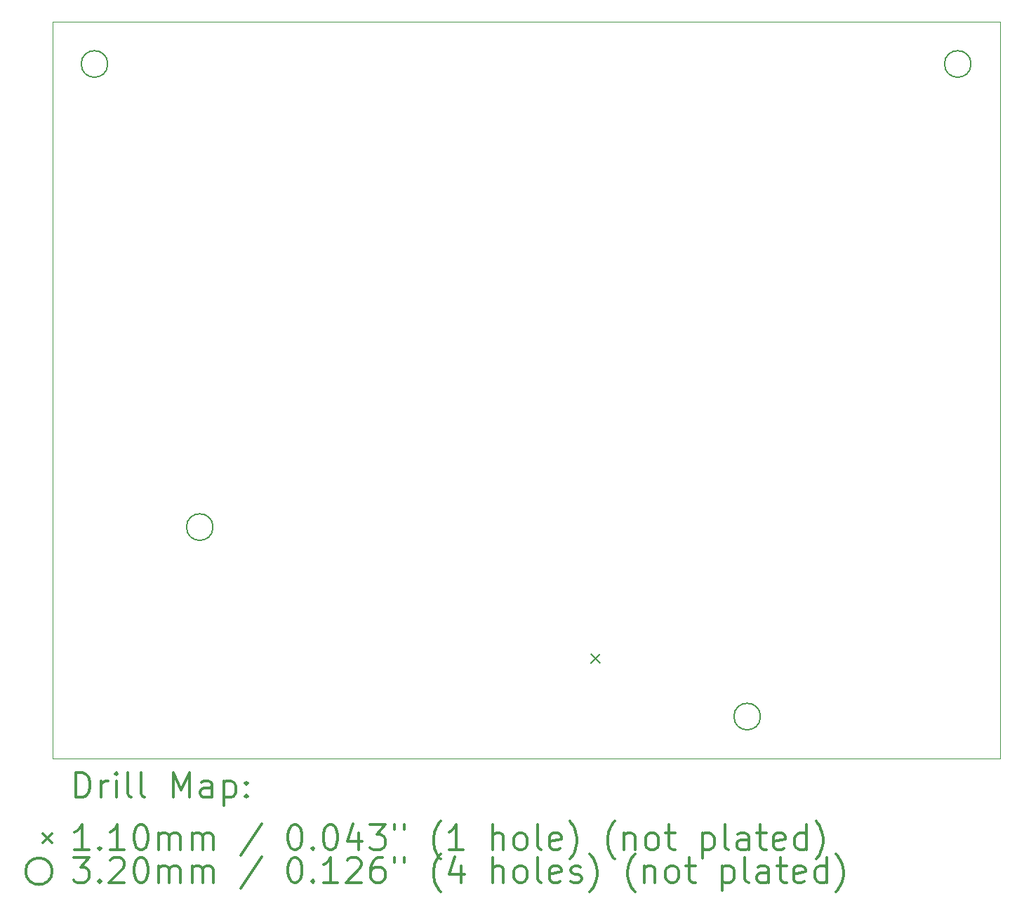
<source format=gbr>
%FSLAX45Y45*%
G04 Gerber Fmt 4.5, Leading zero omitted, Abs format (unit mm)*
G04 Created by KiCad (PCBNEW (5.1.9)-1) date 2021-04-25 15:52:07*
%MOMM*%
%LPD*%
G01*
G04 APERTURE LIST*
%TA.AperFunction,Profile*%
%ADD10C,0.050000*%
%TD*%
%ADD11C,0.200000*%
%ADD12C,0.300000*%
G04 APERTURE END LIST*
D10*
X21209000Y-5461000D02*
X9779000Y-5461000D01*
X21209000Y-14351000D02*
X21209000Y-5461000D01*
X9779000Y-14351000D02*
X21209000Y-14351000D01*
X9779000Y-5461000D02*
X9779000Y-14351000D01*
D11*
X16277200Y-13089400D02*
X16387200Y-13199400D01*
X16387200Y-13089400D02*
X16277200Y-13199400D01*
X10447000Y-5969000D02*
G75*
G03*
X10447000Y-5969000I-160000J0D01*
G01*
X11717000Y-11557000D02*
G75*
G03*
X11717000Y-11557000I-160000J0D01*
G01*
X18321000Y-13843000D02*
G75*
G03*
X18321000Y-13843000I-160000J0D01*
G01*
X20861000Y-5969000D02*
G75*
G03*
X20861000Y-5969000I-160000J0D01*
G01*
D12*
X10062928Y-14819214D02*
X10062928Y-14519214D01*
X10134357Y-14519214D01*
X10177214Y-14533500D01*
X10205786Y-14562071D01*
X10220071Y-14590643D01*
X10234357Y-14647786D01*
X10234357Y-14690643D01*
X10220071Y-14747786D01*
X10205786Y-14776357D01*
X10177214Y-14804929D01*
X10134357Y-14819214D01*
X10062928Y-14819214D01*
X10362928Y-14819214D02*
X10362928Y-14619214D01*
X10362928Y-14676357D02*
X10377214Y-14647786D01*
X10391500Y-14633500D01*
X10420071Y-14619214D01*
X10448643Y-14619214D01*
X10548643Y-14819214D02*
X10548643Y-14619214D01*
X10548643Y-14519214D02*
X10534357Y-14533500D01*
X10548643Y-14547786D01*
X10562928Y-14533500D01*
X10548643Y-14519214D01*
X10548643Y-14547786D01*
X10734357Y-14819214D02*
X10705786Y-14804929D01*
X10691500Y-14776357D01*
X10691500Y-14519214D01*
X10891500Y-14819214D02*
X10862928Y-14804929D01*
X10848643Y-14776357D01*
X10848643Y-14519214D01*
X11234357Y-14819214D02*
X11234357Y-14519214D01*
X11334357Y-14733500D01*
X11434357Y-14519214D01*
X11434357Y-14819214D01*
X11705786Y-14819214D02*
X11705786Y-14662071D01*
X11691500Y-14633500D01*
X11662928Y-14619214D01*
X11605786Y-14619214D01*
X11577214Y-14633500D01*
X11705786Y-14804929D02*
X11677214Y-14819214D01*
X11605786Y-14819214D01*
X11577214Y-14804929D01*
X11562928Y-14776357D01*
X11562928Y-14747786D01*
X11577214Y-14719214D01*
X11605786Y-14704929D01*
X11677214Y-14704929D01*
X11705786Y-14690643D01*
X11848643Y-14619214D02*
X11848643Y-14919214D01*
X11848643Y-14633500D02*
X11877214Y-14619214D01*
X11934357Y-14619214D01*
X11962928Y-14633500D01*
X11977214Y-14647786D01*
X11991500Y-14676357D01*
X11991500Y-14762071D01*
X11977214Y-14790643D01*
X11962928Y-14804929D01*
X11934357Y-14819214D01*
X11877214Y-14819214D01*
X11848643Y-14804929D01*
X12120071Y-14790643D02*
X12134357Y-14804929D01*
X12120071Y-14819214D01*
X12105786Y-14804929D01*
X12120071Y-14790643D01*
X12120071Y-14819214D01*
X12120071Y-14633500D02*
X12134357Y-14647786D01*
X12120071Y-14662071D01*
X12105786Y-14647786D01*
X12120071Y-14633500D01*
X12120071Y-14662071D01*
X9666500Y-15258500D02*
X9776500Y-15368500D01*
X9776500Y-15258500D02*
X9666500Y-15368500D01*
X10220071Y-15449214D02*
X10048643Y-15449214D01*
X10134357Y-15449214D02*
X10134357Y-15149214D01*
X10105786Y-15192071D01*
X10077214Y-15220643D01*
X10048643Y-15234929D01*
X10348643Y-15420643D02*
X10362928Y-15434929D01*
X10348643Y-15449214D01*
X10334357Y-15434929D01*
X10348643Y-15420643D01*
X10348643Y-15449214D01*
X10648643Y-15449214D02*
X10477214Y-15449214D01*
X10562928Y-15449214D02*
X10562928Y-15149214D01*
X10534357Y-15192071D01*
X10505786Y-15220643D01*
X10477214Y-15234929D01*
X10834357Y-15149214D02*
X10862928Y-15149214D01*
X10891500Y-15163500D01*
X10905786Y-15177786D01*
X10920071Y-15206357D01*
X10934357Y-15263500D01*
X10934357Y-15334929D01*
X10920071Y-15392071D01*
X10905786Y-15420643D01*
X10891500Y-15434929D01*
X10862928Y-15449214D01*
X10834357Y-15449214D01*
X10805786Y-15434929D01*
X10791500Y-15420643D01*
X10777214Y-15392071D01*
X10762928Y-15334929D01*
X10762928Y-15263500D01*
X10777214Y-15206357D01*
X10791500Y-15177786D01*
X10805786Y-15163500D01*
X10834357Y-15149214D01*
X11062928Y-15449214D02*
X11062928Y-15249214D01*
X11062928Y-15277786D02*
X11077214Y-15263500D01*
X11105786Y-15249214D01*
X11148643Y-15249214D01*
X11177214Y-15263500D01*
X11191500Y-15292071D01*
X11191500Y-15449214D01*
X11191500Y-15292071D02*
X11205786Y-15263500D01*
X11234357Y-15249214D01*
X11277214Y-15249214D01*
X11305786Y-15263500D01*
X11320071Y-15292071D01*
X11320071Y-15449214D01*
X11462928Y-15449214D02*
X11462928Y-15249214D01*
X11462928Y-15277786D02*
X11477214Y-15263500D01*
X11505786Y-15249214D01*
X11548643Y-15249214D01*
X11577214Y-15263500D01*
X11591500Y-15292071D01*
X11591500Y-15449214D01*
X11591500Y-15292071D02*
X11605786Y-15263500D01*
X11634357Y-15249214D01*
X11677214Y-15249214D01*
X11705786Y-15263500D01*
X11720071Y-15292071D01*
X11720071Y-15449214D01*
X12305786Y-15134929D02*
X12048643Y-15520643D01*
X12691500Y-15149214D02*
X12720071Y-15149214D01*
X12748643Y-15163500D01*
X12762928Y-15177786D01*
X12777214Y-15206357D01*
X12791500Y-15263500D01*
X12791500Y-15334929D01*
X12777214Y-15392071D01*
X12762928Y-15420643D01*
X12748643Y-15434929D01*
X12720071Y-15449214D01*
X12691500Y-15449214D01*
X12662928Y-15434929D01*
X12648643Y-15420643D01*
X12634357Y-15392071D01*
X12620071Y-15334929D01*
X12620071Y-15263500D01*
X12634357Y-15206357D01*
X12648643Y-15177786D01*
X12662928Y-15163500D01*
X12691500Y-15149214D01*
X12920071Y-15420643D02*
X12934357Y-15434929D01*
X12920071Y-15449214D01*
X12905786Y-15434929D01*
X12920071Y-15420643D01*
X12920071Y-15449214D01*
X13120071Y-15149214D02*
X13148643Y-15149214D01*
X13177214Y-15163500D01*
X13191500Y-15177786D01*
X13205786Y-15206357D01*
X13220071Y-15263500D01*
X13220071Y-15334929D01*
X13205786Y-15392071D01*
X13191500Y-15420643D01*
X13177214Y-15434929D01*
X13148643Y-15449214D01*
X13120071Y-15449214D01*
X13091500Y-15434929D01*
X13077214Y-15420643D01*
X13062928Y-15392071D01*
X13048643Y-15334929D01*
X13048643Y-15263500D01*
X13062928Y-15206357D01*
X13077214Y-15177786D01*
X13091500Y-15163500D01*
X13120071Y-15149214D01*
X13477214Y-15249214D02*
X13477214Y-15449214D01*
X13405786Y-15134929D02*
X13334357Y-15349214D01*
X13520071Y-15349214D01*
X13605786Y-15149214D02*
X13791500Y-15149214D01*
X13691500Y-15263500D01*
X13734357Y-15263500D01*
X13762928Y-15277786D01*
X13777214Y-15292071D01*
X13791500Y-15320643D01*
X13791500Y-15392071D01*
X13777214Y-15420643D01*
X13762928Y-15434929D01*
X13734357Y-15449214D01*
X13648643Y-15449214D01*
X13620071Y-15434929D01*
X13605786Y-15420643D01*
X13905786Y-15149214D02*
X13905786Y-15206357D01*
X14020071Y-15149214D02*
X14020071Y-15206357D01*
X14462928Y-15563500D02*
X14448643Y-15549214D01*
X14420071Y-15506357D01*
X14405786Y-15477786D01*
X14391500Y-15434929D01*
X14377214Y-15363500D01*
X14377214Y-15306357D01*
X14391500Y-15234929D01*
X14405786Y-15192071D01*
X14420071Y-15163500D01*
X14448643Y-15120643D01*
X14462928Y-15106357D01*
X14734357Y-15449214D02*
X14562928Y-15449214D01*
X14648643Y-15449214D02*
X14648643Y-15149214D01*
X14620071Y-15192071D01*
X14591500Y-15220643D01*
X14562928Y-15234929D01*
X15091500Y-15449214D02*
X15091500Y-15149214D01*
X15220071Y-15449214D02*
X15220071Y-15292071D01*
X15205786Y-15263500D01*
X15177214Y-15249214D01*
X15134357Y-15249214D01*
X15105786Y-15263500D01*
X15091500Y-15277786D01*
X15405786Y-15449214D02*
X15377214Y-15434929D01*
X15362928Y-15420643D01*
X15348643Y-15392071D01*
X15348643Y-15306357D01*
X15362928Y-15277786D01*
X15377214Y-15263500D01*
X15405786Y-15249214D01*
X15448643Y-15249214D01*
X15477214Y-15263500D01*
X15491500Y-15277786D01*
X15505786Y-15306357D01*
X15505786Y-15392071D01*
X15491500Y-15420643D01*
X15477214Y-15434929D01*
X15448643Y-15449214D01*
X15405786Y-15449214D01*
X15677214Y-15449214D02*
X15648643Y-15434929D01*
X15634357Y-15406357D01*
X15634357Y-15149214D01*
X15905786Y-15434929D02*
X15877214Y-15449214D01*
X15820071Y-15449214D01*
X15791500Y-15434929D01*
X15777214Y-15406357D01*
X15777214Y-15292071D01*
X15791500Y-15263500D01*
X15820071Y-15249214D01*
X15877214Y-15249214D01*
X15905786Y-15263500D01*
X15920071Y-15292071D01*
X15920071Y-15320643D01*
X15777214Y-15349214D01*
X16020071Y-15563500D02*
X16034357Y-15549214D01*
X16062928Y-15506357D01*
X16077214Y-15477786D01*
X16091500Y-15434929D01*
X16105786Y-15363500D01*
X16105786Y-15306357D01*
X16091500Y-15234929D01*
X16077214Y-15192071D01*
X16062928Y-15163500D01*
X16034357Y-15120643D01*
X16020071Y-15106357D01*
X16562928Y-15563500D02*
X16548643Y-15549214D01*
X16520071Y-15506357D01*
X16505786Y-15477786D01*
X16491500Y-15434929D01*
X16477214Y-15363500D01*
X16477214Y-15306357D01*
X16491500Y-15234929D01*
X16505786Y-15192071D01*
X16520071Y-15163500D01*
X16548643Y-15120643D01*
X16562928Y-15106357D01*
X16677214Y-15249214D02*
X16677214Y-15449214D01*
X16677214Y-15277786D02*
X16691500Y-15263500D01*
X16720071Y-15249214D01*
X16762928Y-15249214D01*
X16791500Y-15263500D01*
X16805786Y-15292071D01*
X16805786Y-15449214D01*
X16991500Y-15449214D02*
X16962928Y-15434929D01*
X16948643Y-15420643D01*
X16934357Y-15392071D01*
X16934357Y-15306357D01*
X16948643Y-15277786D01*
X16962928Y-15263500D01*
X16991500Y-15249214D01*
X17034357Y-15249214D01*
X17062928Y-15263500D01*
X17077214Y-15277786D01*
X17091500Y-15306357D01*
X17091500Y-15392071D01*
X17077214Y-15420643D01*
X17062928Y-15434929D01*
X17034357Y-15449214D01*
X16991500Y-15449214D01*
X17177214Y-15249214D02*
X17291500Y-15249214D01*
X17220071Y-15149214D02*
X17220071Y-15406357D01*
X17234357Y-15434929D01*
X17262928Y-15449214D01*
X17291500Y-15449214D01*
X17620071Y-15249214D02*
X17620071Y-15549214D01*
X17620071Y-15263500D02*
X17648643Y-15249214D01*
X17705786Y-15249214D01*
X17734357Y-15263500D01*
X17748643Y-15277786D01*
X17762928Y-15306357D01*
X17762928Y-15392071D01*
X17748643Y-15420643D01*
X17734357Y-15434929D01*
X17705786Y-15449214D01*
X17648643Y-15449214D01*
X17620071Y-15434929D01*
X17934357Y-15449214D02*
X17905786Y-15434929D01*
X17891500Y-15406357D01*
X17891500Y-15149214D01*
X18177214Y-15449214D02*
X18177214Y-15292071D01*
X18162928Y-15263500D01*
X18134357Y-15249214D01*
X18077214Y-15249214D01*
X18048643Y-15263500D01*
X18177214Y-15434929D02*
X18148643Y-15449214D01*
X18077214Y-15449214D01*
X18048643Y-15434929D01*
X18034357Y-15406357D01*
X18034357Y-15377786D01*
X18048643Y-15349214D01*
X18077214Y-15334929D01*
X18148643Y-15334929D01*
X18177214Y-15320643D01*
X18277214Y-15249214D02*
X18391500Y-15249214D01*
X18320071Y-15149214D02*
X18320071Y-15406357D01*
X18334357Y-15434929D01*
X18362928Y-15449214D01*
X18391500Y-15449214D01*
X18605786Y-15434929D02*
X18577214Y-15449214D01*
X18520071Y-15449214D01*
X18491500Y-15434929D01*
X18477214Y-15406357D01*
X18477214Y-15292071D01*
X18491500Y-15263500D01*
X18520071Y-15249214D01*
X18577214Y-15249214D01*
X18605786Y-15263500D01*
X18620071Y-15292071D01*
X18620071Y-15320643D01*
X18477214Y-15349214D01*
X18877214Y-15449214D02*
X18877214Y-15149214D01*
X18877214Y-15434929D02*
X18848643Y-15449214D01*
X18791500Y-15449214D01*
X18762928Y-15434929D01*
X18748643Y-15420643D01*
X18734357Y-15392071D01*
X18734357Y-15306357D01*
X18748643Y-15277786D01*
X18762928Y-15263500D01*
X18791500Y-15249214D01*
X18848643Y-15249214D01*
X18877214Y-15263500D01*
X18991500Y-15563500D02*
X19005786Y-15549214D01*
X19034357Y-15506357D01*
X19048643Y-15477786D01*
X19062928Y-15434929D01*
X19077214Y-15363500D01*
X19077214Y-15306357D01*
X19062928Y-15234929D01*
X19048643Y-15192071D01*
X19034357Y-15163500D01*
X19005786Y-15120643D01*
X18991500Y-15106357D01*
X9776500Y-15709500D02*
G75*
G03*
X9776500Y-15709500I-160000J0D01*
G01*
X10034357Y-15545214D02*
X10220071Y-15545214D01*
X10120071Y-15659500D01*
X10162928Y-15659500D01*
X10191500Y-15673786D01*
X10205786Y-15688071D01*
X10220071Y-15716643D01*
X10220071Y-15788071D01*
X10205786Y-15816643D01*
X10191500Y-15830929D01*
X10162928Y-15845214D01*
X10077214Y-15845214D01*
X10048643Y-15830929D01*
X10034357Y-15816643D01*
X10348643Y-15816643D02*
X10362928Y-15830929D01*
X10348643Y-15845214D01*
X10334357Y-15830929D01*
X10348643Y-15816643D01*
X10348643Y-15845214D01*
X10477214Y-15573786D02*
X10491500Y-15559500D01*
X10520071Y-15545214D01*
X10591500Y-15545214D01*
X10620071Y-15559500D01*
X10634357Y-15573786D01*
X10648643Y-15602357D01*
X10648643Y-15630929D01*
X10634357Y-15673786D01*
X10462928Y-15845214D01*
X10648643Y-15845214D01*
X10834357Y-15545214D02*
X10862928Y-15545214D01*
X10891500Y-15559500D01*
X10905786Y-15573786D01*
X10920071Y-15602357D01*
X10934357Y-15659500D01*
X10934357Y-15730929D01*
X10920071Y-15788071D01*
X10905786Y-15816643D01*
X10891500Y-15830929D01*
X10862928Y-15845214D01*
X10834357Y-15845214D01*
X10805786Y-15830929D01*
X10791500Y-15816643D01*
X10777214Y-15788071D01*
X10762928Y-15730929D01*
X10762928Y-15659500D01*
X10777214Y-15602357D01*
X10791500Y-15573786D01*
X10805786Y-15559500D01*
X10834357Y-15545214D01*
X11062928Y-15845214D02*
X11062928Y-15645214D01*
X11062928Y-15673786D02*
X11077214Y-15659500D01*
X11105786Y-15645214D01*
X11148643Y-15645214D01*
X11177214Y-15659500D01*
X11191500Y-15688071D01*
X11191500Y-15845214D01*
X11191500Y-15688071D02*
X11205786Y-15659500D01*
X11234357Y-15645214D01*
X11277214Y-15645214D01*
X11305786Y-15659500D01*
X11320071Y-15688071D01*
X11320071Y-15845214D01*
X11462928Y-15845214D02*
X11462928Y-15645214D01*
X11462928Y-15673786D02*
X11477214Y-15659500D01*
X11505786Y-15645214D01*
X11548643Y-15645214D01*
X11577214Y-15659500D01*
X11591500Y-15688071D01*
X11591500Y-15845214D01*
X11591500Y-15688071D02*
X11605786Y-15659500D01*
X11634357Y-15645214D01*
X11677214Y-15645214D01*
X11705786Y-15659500D01*
X11720071Y-15688071D01*
X11720071Y-15845214D01*
X12305786Y-15530929D02*
X12048643Y-15916643D01*
X12691500Y-15545214D02*
X12720071Y-15545214D01*
X12748643Y-15559500D01*
X12762928Y-15573786D01*
X12777214Y-15602357D01*
X12791500Y-15659500D01*
X12791500Y-15730929D01*
X12777214Y-15788071D01*
X12762928Y-15816643D01*
X12748643Y-15830929D01*
X12720071Y-15845214D01*
X12691500Y-15845214D01*
X12662928Y-15830929D01*
X12648643Y-15816643D01*
X12634357Y-15788071D01*
X12620071Y-15730929D01*
X12620071Y-15659500D01*
X12634357Y-15602357D01*
X12648643Y-15573786D01*
X12662928Y-15559500D01*
X12691500Y-15545214D01*
X12920071Y-15816643D02*
X12934357Y-15830929D01*
X12920071Y-15845214D01*
X12905786Y-15830929D01*
X12920071Y-15816643D01*
X12920071Y-15845214D01*
X13220071Y-15845214D02*
X13048643Y-15845214D01*
X13134357Y-15845214D02*
X13134357Y-15545214D01*
X13105786Y-15588071D01*
X13077214Y-15616643D01*
X13048643Y-15630929D01*
X13334357Y-15573786D02*
X13348643Y-15559500D01*
X13377214Y-15545214D01*
X13448643Y-15545214D01*
X13477214Y-15559500D01*
X13491500Y-15573786D01*
X13505786Y-15602357D01*
X13505786Y-15630929D01*
X13491500Y-15673786D01*
X13320071Y-15845214D01*
X13505786Y-15845214D01*
X13762928Y-15545214D02*
X13705786Y-15545214D01*
X13677214Y-15559500D01*
X13662928Y-15573786D01*
X13634357Y-15616643D01*
X13620071Y-15673786D01*
X13620071Y-15788071D01*
X13634357Y-15816643D01*
X13648643Y-15830929D01*
X13677214Y-15845214D01*
X13734357Y-15845214D01*
X13762928Y-15830929D01*
X13777214Y-15816643D01*
X13791500Y-15788071D01*
X13791500Y-15716643D01*
X13777214Y-15688071D01*
X13762928Y-15673786D01*
X13734357Y-15659500D01*
X13677214Y-15659500D01*
X13648643Y-15673786D01*
X13634357Y-15688071D01*
X13620071Y-15716643D01*
X13905786Y-15545214D02*
X13905786Y-15602357D01*
X14020071Y-15545214D02*
X14020071Y-15602357D01*
X14462928Y-15959500D02*
X14448643Y-15945214D01*
X14420071Y-15902357D01*
X14405786Y-15873786D01*
X14391500Y-15830929D01*
X14377214Y-15759500D01*
X14377214Y-15702357D01*
X14391500Y-15630929D01*
X14405786Y-15588071D01*
X14420071Y-15559500D01*
X14448643Y-15516643D01*
X14462928Y-15502357D01*
X14705786Y-15645214D02*
X14705786Y-15845214D01*
X14634357Y-15530929D02*
X14562928Y-15745214D01*
X14748643Y-15745214D01*
X15091500Y-15845214D02*
X15091500Y-15545214D01*
X15220071Y-15845214D02*
X15220071Y-15688071D01*
X15205786Y-15659500D01*
X15177214Y-15645214D01*
X15134357Y-15645214D01*
X15105786Y-15659500D01*
X15091500Y-15673786D01*
X15405786Y-15845214D02*
X15377214Y-15830929D01*
X15362928Y-15816643D01*
X15348643Y-15788071D01*
X15348643Y-15702357D01*
X15362928Y-15673786D01*
X15377214Y-15659500D01*
X15405786Y-15645214D01*
X15448643Y-15645214D01*
X15477214Y-15659500D01*
X15491500Y-15673786D01*
X15505786Y-15702357D01*
X15505786Y-15788071D01*
X15491500Y-15816643D01*
X15477214Y-15830929D01*
X15448643Y-15845214D01*
X15405786Y-15845214D01*
X15677214Y-15845214D02*
X15648643Y-15830929D01*
X15634357Y-15802357D01*
X15634357Y-15545214D01*
X15905786Y-15830929D02*
X15877214Y-15845214D01*
X15820071Y-15845214D01*
X15791500Y-15830929D01*
X15777214Y-15802357D01*
X15777214Y-15688071D01*
X15791500Y-15659500D01*
X15820071Y-15645214D01*
X15877214Y-15645214D01*
X15905786Y-15659500D01*
X15920071Y-15688071D01*
X15920071Y-15716643D01*
X15777214Y-15745214D01*
X16034357Y-15830929D02*
X16062928Y-15845214D01*
X16120071Y-15845214D01*
X16148643Y-15830929D01*
X16162928Y-15802357D01*
X16162928Y-15788071D01*
X16148643Y-15759500D01*
X16120071Y-15745214D01*
X16077214Y-15745214D01*
X16048643Y-15730929D01*
X16034357Y-15702357D01*
X16034357Y-15688071D01*
X16048643Y-15659500D01*
X16077214Y-15645214D01*
X16120071Y-15645214D01*
X16148643Y-15659500D01*
X16262928Y-15959500D02*
X16277214Y-15945214D01*
X16305786Y-15902357D01*
X16320071Y-15873786D01*
X16334357Y-15830929D01*
X16348643Y-15759500D01*
X16348643Y-15702357D01*
X16334357Y-15630929D01*
X16320071Y-15588071D01*
X16305786Y-15559500D01*
X16277214Y-15516643D01*
X16262928Y-15502357D01*
X16805786Y-15959500D02*
X16791500Y-15945214D01*
X16762928Y-15902357D01*
X16748643Y-15873786D01*
X16734357Y-15830929D01*
X16720071Y-15759500D01*
X16720071Y-15702357D01*
X16734357Y-15630929D01*
X16748643Y-15588071D01*
X16762928Y-15559500D01*
X16791500Y-15516643D01*
X16805786Y-15502357D01*
X16920071Y-15645214D02*
X16920071Y-15845214D01*
X16920071Y-15673786D02*
X16934357Y-15659500D01*
X16962928Y-15645214D01*
X17005786Y-15645214D01*
X17034357Y-15659500D01*
X17048643Y-15688071D01*
X17048643Y-15845214D01*
X17234357Y-15845214D02*
X17205786Y-15830929D01*
X17191500Y-15816643D01*
X17177214Y-15788071D01*
X17177214Y-15702357D01*
X17191500Y-15673786D01*
X17205786Y-15659500D01*
X17234357Y-15645214D01*
X17277214Y-15645214D01*
X17305786Y-15659500D01*
X17320071Y-15673786D01*
X17334357Y-15702357D01*
X17334357Y-15788071D01*
X17320071Y-15816643D01*
X17305786Y-15830929D01*
X17277214Y-15845214D01*
X17234357Y-15845214D01*
X17420071Y-15645214D02*
X17534357Y-15645214D01*
X17462928Y-15545214D02*
X17462928Y-15802357D01*
X17477214Y-15830929D01*
X17505786Y-15845214D01*
X17534357Y-15845214D01*
X17862928Y-15645214D02*
X17862928Y-15945214D01*
X17862928Y-15659500D02*
X17891500Y-15645214D01*
X17948643Y-15645214D01*
X17977214Y-15659500D01*
X17991500Y-15673786D01*
X18005786Y-15702357D01*
X18005786Y-15788071D01*
X17991500Y-15816643D01*
X17977214Y-15830929D01*
X17948643Y-15845214D01*
X17891500Y-15845214D01*
X17862928Y-15830929D01*
X18177214Y-15845214D02*
X18148643Y-15830929D01*
X18134357Y-15802357D01*
X18134357Y-15545214D01*
X18420071Y-15845214D02*
X18420071Y-15688071D01*
X18405786Y-15659500D01*
X18377214Y-15645214D01*
X18320071Y-15645214D01*
X18291500Y-15659500D01*
X18420071Y-15830929D02*
X18391500Y-15845214D01*
X18320071Y-15845214D01*
X18291500Y-15830929D01*
X18277214Y-15802357D01*
X18277214Y-15773786D01*
X18291500Y-15745214D01*
X18320071Y-15730929D01*
X18391500Y-15730929D01*
X18420071Y-15716643D01*
X18520071Y-15645214D02*
X18634357Y-15645214D01*
X18562928Y-15545214D02*
X18562928Y-15802357D01*
X18577214Y-15830929D01*
X18605786Y-15845214D01*
X18634357Y-15845214D01*
X18848643Y-15830929D02*
X18820071Y-15845214D01*
X18762928Y-15845214D01*
X18734357Y-15830929D01*
X18720071Y-15802357D01*
X18720071Y-15688071D01*
X18734357Y-15659500D01*
X18762928Y-15645214D01*
X18820071Y-15645214D01*
X18848643Y-15659500D01*
X18862928Y-15688071D01*
X18862928Y-15716643D01*
X18720071Y-15745214D01*
X19120071Y-15845214D02*
X19120071Y-15545214D01*
X19120071Y-15830929D02*
X19091500Y-15845214D01*
X19034357Y-15845214D01*
X19005786Y-15830929D01*
X18991500Y-15816643D01*
X18977214Y-15788071D01*
X18977214Y-15702357D01*
X18991500Y-15673786D01*
X19005786Y-15659500D01*
X19034357Y-15645214D01*
X19091500Y-15645214D01*
X19120071Y-15659500D01*
X19234357Y-15959500D02*
X19248643Y-15945214D01*
X19277214Y-15902357D01*
X19291500Y-15873786D01*
X19305786Y-15830929D01*
X19320071Y-15759500D01*
X19320071Y-15702357D01*
X19305786Y-15630929D01*
X19291500Y-15588071D01*
X19277214Y-15559500D01*
X19248643Y-15516643D01*
X19234357Y-15502357D01*
M02*

</source>
